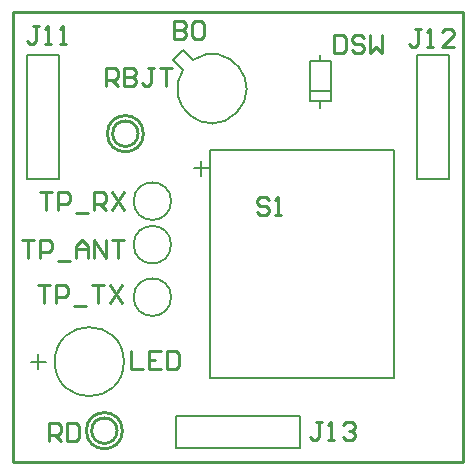
<source format=gto>
G04*
G04 #@! TF.GenerationSoftware,Altium Limited,Altium Designer,21.8.1 (53)*
G04*
G04 Layer_Color=65535*
%FSLAX25Y25*%
%MOIN*%
G70*
G04*
G04 #@! TF.SameCoordinates,877E9D1F-A915-4287-B3E1-9CAB09CAFBF8*
G04*
G04*
G04 #@! TF.FilePolarity,Positive*
G04*
G01*
G75*
%ADD10C,0.01000*%
%ADD11C,0.00787*%
%ADD12C,0.00600*%
D10*
X43521Y109500D02*
G03*
X43521Y109500I-6021J0D01*
G01*
X41743D02*
G03*
X41743Y109500I-4243J0D01*
G01*
X34743Y10500D02*
G03*
X34743Y10500I-4243J0D01*
G01*
X36521D02*
G03*
X36521Y10500I-6021J0D01*
G01*
X0Y0D02*
X150000D01*
X0Y150000D02*
X150000D01*
Y0D02*
Y150000D01*
X0Y0D02*
Y150000D01*
X8505Y58999D02*
X12503D01*
X10504D01*
Y53001D01*
X14503D02*
Y58999D01*
X17502D01*
X18501Y57999D01*
Y56000D01*
X17502Y55000D01*
X14503D01*
X20501Y52001D02*
X24499D01*
X26499Y58999D02*
X30497D01*
X28498D01*
Y53001D01*
X32497Y58999D02*
X36496Y53001D01*
Y58999D02*
X32497Y53001D01*
X9004Y89999D02*
X13003D01*
X11004D01*
Y84001D01*
X15003D02*
Y89999D01*
X18002D01*
X19001Y88999D01*
Y87000D01*
X18002Y86000D01*
X15003D01*
X21001Y83001D02*
X24999D01*
X26999Y84001D02*
Y89999D01*
X29998D01*
X30997Y88999D01*
Y87000D01*
X29998Y86000D01*
X26999D01*
X28998D02*
X30997Y84001D01*
X32997Y89999D02*
X36996Y84001D01*
Y89999D02*
X32997Y84001D01*
X3005Y73999D02*
X7004D01*
X5005D01*
Y68001D01*
X9004D02*
Y73999D01*
X12003D01*
X13002Y72999D01*
Y71000D01*
X12003Y70000D01*
X9004D01*
X15002Y67001D02*
X19000D01*
X21000Y68001D02*
Y72000D01*
X22999Y73999D01*
X24998Y72000D01*
Y68001D01*
Y71000D01*
X21000D01*
X26998Y68001D02*
Y73999D01*
X30996Y68001D01*
Y73999D01*
X32996D02*
X36994D01*
X34995D01*
Y68001D01*
X12002Y7001D02*
Y12999D01*
X15001D01*
X16000Y11999D01*
Y10000D01*
X15001Y9000D01*
X12002D01*
X14001D02*
X16000Y7001D01*
X18000Y12999D02*
Y7001D01*
X20999D01*
X21998Y8001D01*
Y11999D01*
X20999Y12999D01*
X18000D01*
X31004Y125501D02*
Y131499D01*
X34003D01*
X35002Y130499D01*
Y128500D01*
X34003Y127500D01*
X31004D01*
X33003D02*
X35002Y125501D01*
X37002Y131499D02*
Y125501D01*
X40001D01*
X41000Y126501D01*
Y127500D01*
X40001Y128500D01*
X37002D01*
X40001D01*
X41000Y129500D01*
Y130499D01*
X40001Y131499D01*
X37002D01*
X46998D02*
X44999D01*
X45999D01*
Y126501D01*
X44999Y125501D01*
X43999D01*
X43000Y126501D01*
X48998Y131499D02*
X52996D01*
X50997D01*
Y125501D01*
X39503Y36999D02*
Y31001D01*
X43501D01*
X49499Y36999D02*
X45501D01*
Y31001D01*
X49499D01*
X45501Y34000D02*
X47500D01*
X51499Y36999D02*
Y31001D01*
X54498D01*
X55497Y32001D01*
Y35999D01*
X54498Y36999D01*
X51499D01*
X85500Y87499D02*
X84500Y88499D01*
X82501D01*
X81501Y87499D01*
Y86500D01*
X82501Y85500D01*
X84500D01*
X85500Y84500D01*
Y83501D01*
X84500Y82501D01*
X82501D01*
X81501Y83501D01*
X87499Y82501D02*
X89499D01*
X88499D01*
Y88499D01*
X87499Y87499D01*
X53700Y147098D02*
Y141100D01*
X56699D01*
X57699Y142100D01*
Y143099D01*
X56699Y144099D01*
X53700D01*
X56699D01*
X57699Y145099D01*
Y146098D01*
X56699Y147098D01*
X53700D01*
X59698Y146098D02*
X60698Y147098D01*
X62697D01*
X63697Y146098D01*
Y142100D01*
X62697Y141100D01*
X60698D01*
X59698Y142100D01*
Y146098D01*
X136001Y144499D02*
X134002D01*
X135002D01*
Y139501D01*
X134002Y138501D01*
X133002D01*
X132002Y139501D01*
X138001Y138501D02*
X140000D01*
X139000D01*
Y144499D01*
X138001Y143499D01*
X146998Y138501D02*
X142999D01*
X146998Y142500D01*
Y143499D01*
X145998Y144499D01*
X143999D01*
X142999Y143499D01*
X103001Y13499D02*
X101002D01*
X102002D01*
Y8501D01*
X101002Y7501D01*
X100002D01*
X99002Y8501D01*
X105000Y7501D02*
X107000D01*
X106000D01*
Y13499D01*
X105000Y12499D01*
X109999D02*
X110999Y13499D01*
X112998D01*
X113998Y12499D01*
Y11500D01*
X112998Y10500D01*
X111998D01*
X112998D01*
X113998Y9500D01*
Y8501D01*
X112998Y7501D01*
X110999D01*
X109999Y8501D01*
X8799Y145498D02*
X6799D01*
X7799D01*
Y140500D01*
X6799Y139500D01*
X5800D01*
X4800Y140500D01*
X10798Y139500D02*
X12797D01*
X11798D01*
Y145498D01*
X10798Y144498D01*
X15796Y139500D02*
X17796D01*
X16796D01*
Y145498D01*
X15796Y144498D01*
X107003Y142499D02*
Y136501D01*
X110002D01*
X111001Y137501D01*
Y141499D01*
X110002Y142499D01*
X107003D01*
X116999Y141499D02*
X116000Y142499D01*
X114000D01*
X113001Y141499D01*
Y140500D01*
X114000Y139500D01*
X116000D01*
X116999Y138500D01*
Y137501D01*
X116000Y136501D01*
X114000D01*
X113001Y137501D01*
X118999Y142499D02*
Y136501D01*
X120998Y138500D01*
X122997Y136501D01*
Y142499D01*
D11*
X52740Y55000D02*
G03*
X52740Y55000I-6240J0D01*
G01*
Y87000D02*
G03*
X52740Y87000I-6240J0D01*
G01*
Y72500D02*
G03*
X52740Y72500I-6240J0D01*
G01*
X37006Y33500D02*
G03*
X37006Y33500I-11506J0D01*
G01*
X56759Y130844D02*
G03*
X60019Y134098I9587J-6344D01*
G01*
X134705Y135591D02*
X145295D01*
X134705Y94410D02*
Y135591D01*
Y94410D02*
X145295D01*
Y135591D01*
X54409Y4705D02*
Y15295D01*
Y4705D02*
X95591D01*
Y15295D01*
X54409D02*
X95591D01*
X8500Y31000D02*
Y36000D01*
X6000Y33500D02*
X11000D01*
X4705Y135591D02*
X15295D01*
X4705Y94410D02*
Y135591D01*
Y94410D02*
X15295D01*
Y135591D01*
X99331Y123653D02*
X105669D01*
X102500Y133693D02*
Y135858D01*
Y118142D02*
Y120307D01*
X99055D02*
X105945D01*
Y133693D01*
X99055D02*
X105945D01*
X99055Y120307D02*
Y133693D01*
X53393Y134209D02*
X56761Y130841D01*
X53393Y134209D02*
X56650Y137466D01*
X60019Y134098D01*
D12*
X65778Y28114D02*
Y103914D01*
X126978Y28114D02*
Y103914D01*
X65778Y28114D02*
X126978D01*
X65778Y103914D02*
X126978D01*
X62778Y95402D02*
Y100402D01*
X60278Y97902D02*
X65278D01*
M02*

</source>
